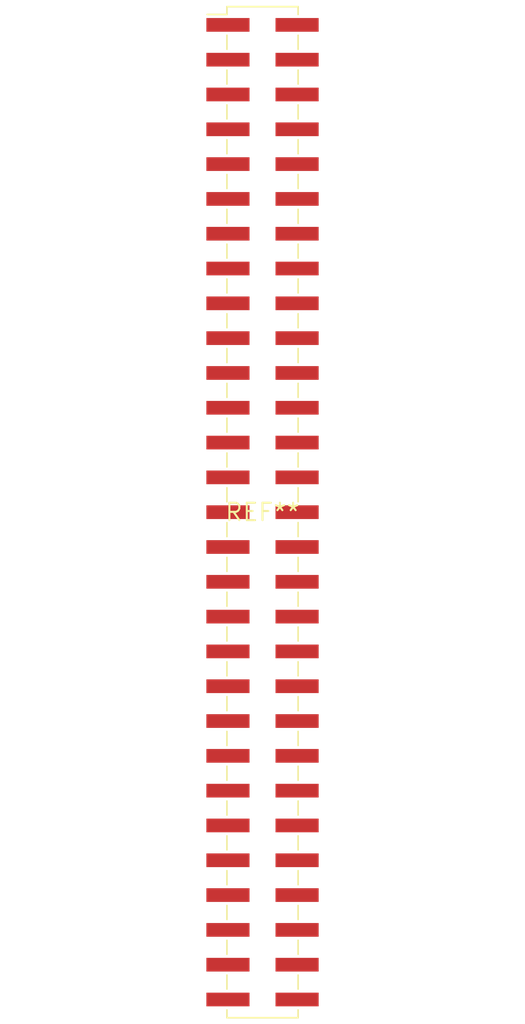
<source format=kicad_pcb>
(kicad_pcb (version 20240108) (generator pcbnew)
  (layers (0 "F.Cu" signal) (31 "B.Cu" signal) (34 "B.Paste" user) (35 "F.Paste" user) (36 "B.SilkS" user "B.Silkscreen") (37 "F.SilkS" user "F.Silkscreen") (38 "B.Mask" user) (39 "F.Mask" user) (44 "Edge.Cuts" user))
  (net 0 "")
  (footprint "PinHeader_2x29_P2.54mm_Vertical_SMD" (layer "F.Cu") (at 0 0)
    (property "Reference" "REF**")
    (property "Value" "PinHeader_2x29_P2.54mm_Vertical_SMD")
    (fp_line (start -4.04 -36.32) (end -2.6 -36.32) (layer "F.SilkS") (stroke (width 0.12)))
    (fp_line (start -2.6 -36.89) (end -2.6 -36.32) (layer "F.SilkS") (stroke (width 0.12)))
    (fp_line (start -2.6 -36.89) (end 2.6 -36.89) (layer "F.SilkS") (stroke (width 0.12)))
    (fp_line (start -2.6 -34.8) (end -2.6 -33.78) (layer "F.SilkS") (stroke (width 0.12)))
    (fp_line (start -2.6 -32.26) (end -2.6 -31.24) (layer "F.SilkS") (stroke (width 0.12)))
    (fp_line (start -2.6 -29.72) (end -2.6 -28.7) (layer "F.SilkS") (stroke (width 0.12)))
    (fp_line (start -2.6 -27.18) (end -2.6 -26.16) (layer "F.SilkS") (stroke (width 0.12)))
    (fp_line (start -2.6 -24.64) (end -2.6 -23.62) (layer "F.SilkS") (stroke (width 0.12)))
    (fp_line (start -2.6 -22.1) (end -2.6 -21.08) (layer "F.SilkS") (stroke (width 0.12)))
    (fp_line (start -2.6 -19.56) (end -2.6 -18.54) (layer "F.SilkS") (stroke (width 0.12)))
    (fp_line (start -2.6 -17.02) (end -2.6 -16) (layer "F.SilkS") (stroke (width 0.12)))
    (fp_line (start -2.6 -14.48) (end -2.6 -13.46) (layer "F.SilkS") (stroke (width 0.12)))
    (fp_line (start -2.6 -11.94) (end -2.6 -10.92) (layer "F.SilkS") (stroke (width 0.12)))
    (fp_line (start -2.6 -9.4) (end -2.6 -8.38) (layer "F.SilkS") (stroke (width 0.12)))
    (fp_line (start -2.6 -6.86) (end -2.6 -5.84) (layer "F.SilkS") (stroke (width 0.12)))
    (fp_line (start -2.6 -4.32) (end -2.6 -3.3) (layer "F.SilkS") (stroke (width 0.12)))
    (fp_line (start -2.6 -1.78) (end -2.6 -0.76) (layer "F.SilkS") (stroke (width 0.12)))
    (fp_line (start -2.6 0.76) (end -2.6 1.78) (layer "F.SilkS") (stroke (width 0.12)))
    (fp_line (start -2.6 3.3) (end -2.6 4.32) (layer "F.SilkS") (stroke (width 0.12)))
    (fp_line (start -2.6 5.84) (end -2.6 6.86) (layer "F.SilkS") (stroke (width 0.12)))
    (fp_line (start -2.6 8.38) (end -2.6 9.4) (layer "F.SilkS") (stroke (width 0.12)))
    (fp_line (start -2.6 10.92) (end -2.6 11.94) (layer "F.SilkS") (stroke (width 0.12)))
    (fp_line (start -2.6 13.46) (end -2.6 14.48) (layer "F.SilkS") (stroke (width 0.12)))
    (fp_line (start -2.6 16) (end -2.6 17.02) (layer "F.SilkS") (stroke (width 0.12)))
    (fp_line (start -2.6 18.54) (end -2.6 19.56) (layer "F.SilkS") (stroke (width 0.12)))
    (fp_line (start -2.6 21.08) (end -2.6 22.1) (layer "F.SilkS") (stroke (width 0.12)))
    (fp_line (start -2.6 23.62) (end -2.6 24.64) (layer "F.SilkS") (stroke (width 0.12)))
    (fp_line (start -2.6 26.16) (end -2.6 27.18) (layer "F.SilkS") (stroke (width 0.12)))
    (fp_line (start -2.6 28.7) (end -2.6 29.72) (layer "F.SilkS") (stroke (width 0.12)))
    (fp_line (start -2.6 31.24) (end -2.6 32.26) (layer "F.SilkS") (stroke (width 0.12)))
    (fp_line (start -2.6 33.78) (end -2.6 34.8) (layer "F.SilkS") (stroke (width 0.12)))
    (fp_line (start -2.6 36.32) (end -2.6 36.89) (layer "F.SilkS") (stroke (width 0.12)))
    (fp_line (start -2.6 36.89) (end 2.6 36.89) (layer "F.SilkS") (stroke (width 0.12)))
    (fp_line (start 2.6 -36.89) (end 2.6 -36.32) (layer "F.SilkS") (stroke (width 0.12)))
    (fp_line (start 2.6 -34.8) (end 2.6 -33.78) (layer "F.SilkS") (stroke (width 0.12)))
    (fp_line (start 2.6 -32.26) (end 2.6 -31.24) (layer "F.SilkS") (stroke (width 0.12)))
    (fp_line (start 2.6 -29.72) (end 2.6 -28.7) (layer "F.SilkS") (stroke (width 0.12)))
    (fp_line (start 2.6 -27.18) (end 2.6 -26.16) (layer "F.SilkS") (stroke (width 0.12)))
    (fp_line (start 2.6 -24.64) (end 2.6 -23.62) (layer "F.SilkS") (stroke (width 0.12)))
    (fp_line (start 2.6 -22.1) (end 2.6 -21.08) (layer "F.SilkS") (stroke (width 0.12)))
    (fp_line (start 2.6 -19.56) (end 2.6 -18.54) (layer "F.SilkS") (stroke (width 0.12)))
    (fp_line (start 2.6 -17.02) (end 2.6 -16) (layer "F.SilkS") (stroke (width 0.12)))
    (fp_line (start 2.6 -14.48) (end 2.6 -13.46) (layer "F.SilkS") (stroke (width 0.12)))
    (fp_line (start 2.6 -11.94) (end 2.6 -10.92) (layer "F.SilkS") (stroke (width 0.12)))
    (fp_line (start 2.6 -9.4) (end 2.6 -8.38) (layer "F.SilkS") (stroke (width 0.12)))
    (fp_line (start 2.6 -6.86) (end 2.6 -5.84) (layer "F.SilkS") (stroke (width 0.12)))
    (fp_line (start 2.6 -4.32) (end 2.6 -3.3) (layer "F.SilkS") (stroke (width 0.12)))
    (fp_line (start 2.6 -1.78) (end 2.6 -0.76) (layer "F.SilkS") (stroke (width 0.12)))
    (fp_line (start 2.6 0.76) (end 2.6 1.78) (layer "F.SilkS") (stroke (width 0.12)))
    (fp_line (start 2.6 3.3) (end 2.6 4.32) (layer "F.SilkS") (stroke (width 0.12)))
    (fp_line (start 2.6 5.84) (end 2.6 6.86) (layer "F.SilkS") (stroke (width 0.12)))
    (fp_line (start 2.6 8.38) (end 2.6 9.4) (layer "F.SilkS") (stroke (width 0.12)))
    (fp_line (start 2.6 10.92) (end 2.6 11.94) (layer "F.SilkS") (stroke (width 0.12)))
    (fp_line (start 2.6 13.46) (end 2.6 14.48) (layer "F.SilkS") (stroke (width 0.12)))
    (fp_line (start 2.6 16) (end 2.6 17.02) (layer "F.SilkS") (stroke (width 0.12)))
    (fp_line (start 2.6 18.54) (end 2.6 19.56) (layer "F.SilkS") (stroke (width 0.12)))
    (fp_line (start 2.6 21.08) (end 2.6 22.1) (layer "F.SilkS") (stroke (width 0.12)))
    (fp_line (start 2.6 23.62) (end 2.6 24.64) (layer "F.SilkS") (stroke (width 0.12)))
    (fp_line (start 2.6 26.16) (end 2.6 27.18) (layer "F.SilkS") (stroke (width 0.12)))
    (fp_line (start 2.6 28.7) (end 2.6 29.72) (layer "F.SilkS") (stroke (width 0.12)))
    (fp_line (start 2.6 31.24) (end 2.6 32.26) (layer "F.SilkS") (stroke (width 0.12)))
    (fp_line (start 2.6 33.78) (end 2.6 34.8) (layer "F.SilkS") (stroke (width 0.12)))
    (fp_line (start 2.6 36.32) (end 2.6 36.89) (layer "F.SilkS") (stroke (width 0.12)))
    (pad "1" smd rect (at -2.525 -35.56) (size 3.15 1) (layers "F.Cu" "F.Paste" "F.Mask"))
    (pad "2" smd rect (at 2.525 -35.56) (size 3.15 1) (layers "F.Cu" "F.Paste" "F.Mask"))
    (pad "3" smd rect (at -2.525 -33.02) (size 3.15 1) (layers "F.Cu" "F.Paste" "F.Mask"))
    (pad "4" smd rect (at 2.525 -33.02) (size 3.15 1) (layers "F.Cu" "F.Paste" "F.Mask"))
    (pad "5" smd rect (at -2.525 -30.48) (size 3.15 1) (layers "F.Cu" "F.Paste" "F.Mask"))
    (pad "6" smd rect (at 2.525 -30.48) (size 3.15 1) (layers "F.Cu" "F.Paste" "F.Mask"))
    (pad "7" smd rect (at -2.525 -27.94) (size 3.15 1) (layers "F.Cu" "F.Paste" "F.Mask"))
    (pad "8" smd rect (at 2.525 -27.94) (size 3.15 1) (layers "F.Cu" "F.Paste" "F.Mask"))
    (pad "9" smd rect (at -2.525 -25.4) (size 3.15 1) (layers "F.Cu" "F.Paste" "F.Mask"))
    (pad "10" smd rect (at 2.525 -25.4) (size 3.15 1) (layers "F.Cu" "F.Paste" "F.Mask"))
    (pad "11" smd rect (at -2.525 -22.86) (size 3.15 1) (layers "F.Cu" "F.Paste" "F.Mask"))
    (pad "12" smd rect (at 2.525 -22.86) (size 3.15 1) (layers "F.Cu" "F.Paste" "F.Mask"))
    (pad "13" smd rect (at -2.525 -20.32) (size 3.15 1) (layers "F.Cu" "F.Paste" "F.Mask"))
    (pad "14" smd rect (at 2.525 -20.32) (size 3.15 1) (layers "F.Cu" "F.Paste" "F.Mask"))
    (pad "15" smd rect (at -2.525 -17.78) (size 3.15 1) (layers "F.Cu" "F.Paste" "F.Mask"))
    (pad "16" smd rect (at 2.525 -17.78) (size 3.15 1) (layers "F.Cu" "F.Paste" "F.Mask"))
    (pad "17" smd rect (at -2.525 -15.24) (size 3.15 1) (layers "F.Cu" "F.Paste" "F.Mask"))
    (pad "18" smd rect (at 2.525 -15.24) (size 3.15 1) (layers "F.Cu" "F.Paste" "F.Mask"))
    (pad "19" smd rect (at -2.525 -12.7) (size 3.15 1) (layers "F.Cu" "F.Paste" "F.Mask"))
    (pad "20" smd rect (at 2.525 -12.7) (size 3.15 1) (layers "F.Cu" "F.Paste" "F.Mask"))
    (pad "21" smd rect (at -2.525 -10.16) (size 3.15 1) (layers "F.Cu" "F.Paste" "F.Mask"))
    (pad "22" smd rect (at 2.525 -10.16) (size 3.15 1) (layers "F.Cu" "F.Paste" "F.Mask"))
    (pad "23" smd rect (at -2.525 -7.62) (size 3.15 1) (layers "F.Cu" "F.Paste" "F.Mask"))
    (pad "24" smd rect (at 2.525 -7.62) (size 3.15 1) (layers "F.Cu" "F.Paste" "F.Mask"))
    (pad "25" smd rect (at -2.525 -5.08) (size 3.15 1) (layers "F.Cu" "F.Paste" "F.Mask"))
    (pad "26" smd rect (at 2.525 -5.08) (size 3.15 1) (layers "F.Cu" "F.Paste" "F.Mask"))
    (pad "27" smd rect (at -2.525 -2.54) (size 3.15 1) (layers "F.Cu" "F.Paste" "F.Mask"))
    (pad "28" smd rect (at 2.525 -2.54) (size 3.15 1) (layers "F.Cu" "F.Paste" "F.Mask"))
    (pad "29" smd rect (at -2.525 0) (size 3.15 1) (layers "F.Cu" "F.Paste" "F.Mask"))
    (pad "30" smd rect (at 2.525 0) (size 3.15 1) (layers "F.Cu" "F.Paste" "F.Mask"))
    (pad "31" smd rect (at -2.525 2.54) (size 3.15 1) (layers "F.Cu" "F.Paste" "F.Mask"))
    (pad "32" smd rect (at 2.525 2.54) (size 3.15 1) (layers "F.Cu" "F.Paste" "F.Mask"))
    (pad "33" smd rect (at -2.525 5.08) (size 3.15 1) (layers "F.Cu" "F.Paste" "F.Mask"))
    (pad "34" smd rect (at 2.525 5.08) (size 3.15 1) (layers "F.Cu" "F.Paste" "F.Mask"))
    (pad "35" smd rect (at -2.525 7.62) (size 3.15 1) (layers "F.Cu" "F.Paste" "F.Mask"))
    (pad "36" smd rect (at 2.525 7.62) (size 3.15 1) (layers "F.Cu" "F.Paste" "F.Mask"))
    (pad "37" smd rect (at -2.525 10.16) (size 3.15 1) (layers "F.Cu" "F.Paste" "F.Mask"))
    (pad "38" smd rect (at 2.525 10.16) (size 3.15 1) (layers "F.Cu" "F.Paste" "F.Mask"))
    (pad "39" smd rect (at -2.525 12.7) (size 3.15 1) (layers "F.Cu" "F.Paste" "F.Mask"))
    (pad "40" smd rect (at 2.525 12.7) (size 3.15 1) (layers "F.Cu" "F.Paste" "F.Mask"))
    (pad "41" smd rect (at -2.525 15.24) (size 3.15 1) (layers "F.Cu" "F.Paste" "F.Mask"))
    (pad "42" smd rect (at 2.525 15.24) (size 3.15 1) (layers "F.Cu" "F.Paste" "F.Mask"))
    (pad "43" smd rect (at -2.525 17.78) (size 3.15 1) (layers "F.Cu" "F.Paste" "F.Mask"))
    (pad "44" smd rect (at 2.525 17.78) (size 3.15 1) (layers "F.Cu" "F.Paste" "F.Mask"))
    (pad "45" smd rect (at -2.525 20.32) (size 3.15 1) (layers "F.Cu" "F.Paste" "F.Mask"))
    (pad "46" smd rect (at 2.525 20.32) (size 3.15 1) (layers "F.Cu" "F.Paste" "F.Mask"))
    (pad "47" smd rect (at -2.525 22.86) (size 3.15 1) (layers "F.Cu" "F.Paste" "F.Mask"))
    (pad "48" smd rect (at 2.525 22.86) (size 3.15 1) (layers "F.Cu" "F.Paste" "F.Mask"))
    (pad "49" smd rect (at -2.525 25.4) (size 3.15 1) (layers "F.Cu" "F.Paste" "F.Mask"))
    (pad "50" smd rect (at 2.525 25.4) (size 3.15 1) (layers "F.Cu" "F.Paste" "F.Mask"))
    (pad "51" smd rect (at -2.525 27.94) (size 3.15 1) (layers "F.Cu" "F.Paste" "F.Mask"))
    (pad "52" smd rect (at 2.525 27.94) (size 3.15 1) (layers "F.Cu" "F.Paste" "F.Mask"))
    (pad "53" smd rect (at -2.525 30.48) (size 3.15 1) (layers "F.Cu" "F.Paste" "F.Mask"))
    (pad "54" smd rect (at 2.525 30.48) (size 3.15 1) (layers "F.Cu" "F.Paste" "F.Mask"))
    (pad "55" smd rect (at -2.525 33.02) (size 3.15 1) (layers "F.Cu" "F.Paste" "F.Mask"))
    (pad "56" smd rect (at 2.525 33.02) (size 3.15 1) (layers "F.Cu" "F.Paste" "F.Mask"))
    (pad "57" smd rect (at -2.525 35.56) (size 3.15 1) (layers "F.Cu" "F.Paste" "F.Mask"))
    (pad "58" smd rect (at 2.525 35.56) (size 3.15 1) (layers "F.Cu" "F.Paste" "F.Mask"))
  )
)
</source>
